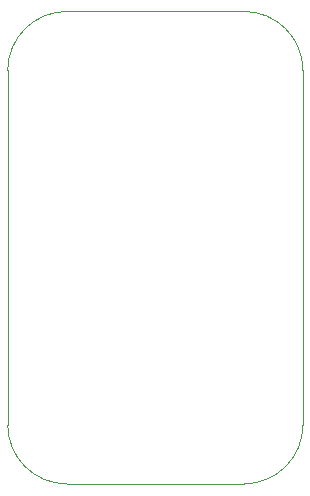
<source format=gm1>
G04 #@! TF.GenerationSoftware,KiCad,Pcbnew,8.0.1*
G04 #@! TF.CreationDate,2024-10-16T00:10:43-06:00*
G04 #@! TF.ProjectId,electrode1,656c6563-7472-46f6-9465-312e6b696361,rev?*
G04 #@! TF.SameCoordinates,Original*
G04 #@! TF.FileFunction,Profile,NP*
%FSLAX46Y46*%
G04 Gerber Fmt 4.6, Leading zero omitted, Abs format (unit mm)*
G04 Created by KiCad (PCBNEW 8.0.1) date 2024-10-16 00:10:43*
%MOMM*%
%LPD*%
G01*
G04 APERTURE LIST*
G04 #@! TA.AperFunction,Profile*
%ADD10C,0.050000*%
G04 #@! TD*
G04 APERTURE END LIST*
D10*
X145000000Y-80000000D02*
X145000000Y-110000000D01*
X150000000Y-115000000D02*
G75*
G02*
X145000000Y-110000000I0J5000000D01*
G01*
X165000000Y-75000000D02*
G75*
G02*
X170000000Y-80000000I0J-5000000D01*
G01*
X145000000Y-80000000D02*
G75*
G02*
X150000000Y-75000000I5000000J0D01*
G01*
X170000000Y-110000000D02*
X170000000Y-80000000D01*
X165000000Y-75000000D02*
X150000000Y-75000000D01*
X150000000Y-115000000D02*
X165000000Y-115000000D01*
X170000000Y-110000000D02*
G75*
G02*
X165000000Y-115000000I-5000000J0D01*
G01*
M02*

</source>
